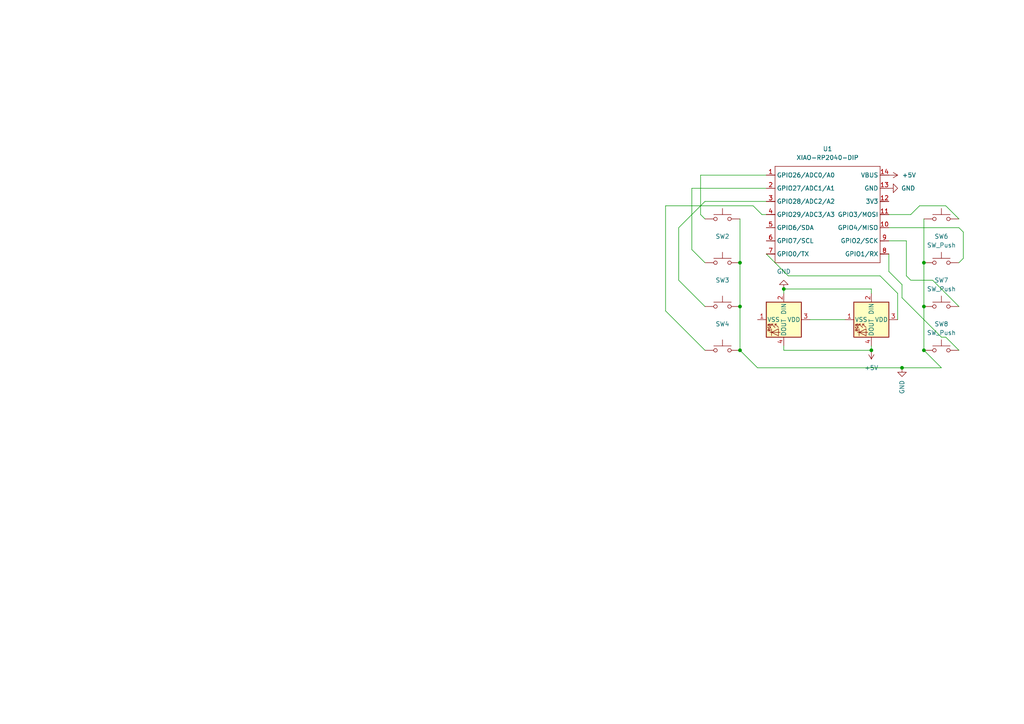
<source format=kicad_sch>
(kicad_sch (version 20250114) (generator "eeschema") (generator_version "9.0")
  (paper "A4")
  (lib_symbols
    (symbol "LED:SK6812" (pin_names (offset 0.254))
      (property "Reference" "D" (at 5.08 5.715 0))
      (property "Value" "SK6812" (at 1.27 -5.715 0))
      (symbol "SK6812_0_0"
        (text "RGB" (at 2.286 -4.191 0) (effects (font (size 0.762 0.762))))
      )
      (symbol "SK6812_0_1"
        (polyline (pts (xy 1.27 -2.54) (xy 1.778 -2.54)))
        (polyline (pts (xy 1.27 -3.556) (xy 1.778 -3.556)))
        (polyline (pts (xy 2.286 -1.524) (xy 1.27 -2.54) (xy 1.27 -2.032)))
        (polyline (pts (xy 2.286 -2.54) (xy 1.27 -3.556) (xy 1.27 -3.048)))
        (polyline (pts (xy 3.683 -1.016) (xy 3.683 -3.556) (xy 3.683 -4.064)))
        (polyline (pts (xy 4.699 -1.524) (xy 2.667 -1.524) (xy 3.683 -3.556) (xy 4.699 -1.524)))
        (polyline (pts (xy 4.699 -3.556) (xy 2.667 -3.556)))
        (rectangle (start 5.08 5.08) (end -5.08 -5.08) (stroke (width 0.254)) (fill (type background)))
      )
      (symbol "SK6812_1_1"
        (pin input line (at -7.62 0 0) (length 2.54) (name "DIN") (number "2"))
        (pin power_in line (at 0 7.62 270) (length 2.54) (name "VDD") (number "3"))
        (pin power_in line (at 0 -7.62 90) (length 2.54) (name "VSS") (number "1"))
        (pin output line (at 7.62 0 180) (length 2.54) (name "DOUT") (number "4"))
      )
    )
    (symbol "OPL:XIAO-RP2040-DIP"
      (property "Reference" "U" (at 0 0 0))
      (property "Value" "XIAO-RP2040-DIP" (at 5.334 -1.778 0))
      (symbol "XIAO-RP2040-DIP_1_0"
        (polyline (pts (xy -1.27 -2.54) (xy 29.21 -2.54)) (stroke (width 0.1524)))
        (polyline (pts (xy -1.27 -5.08) (xy -2.54 -5.08)) (stroke (width 0.1524)))
        (polyline (pts (xy -1.27 -5.08) (xy -1.27 -2.54)) (stroke (width 0.1524)))
        (polyline (pts (xy -1.27 -8.89) (xy -2.54 -8.89)) (stroke (width 0.1524)))
        (polyline (pts (xy -1.27 -8.89) (xy -1.27 -5.08)) (stroke (width 0.1524)))
        (polyline (pts (xy -1.27 -12.7) (xy -2.54 -12.7)) (stroke (width 0.1524)))
        (polyline (pts (xy -1.27 -12.7) (xy -1.27 -8.89)) (stroke (width 0.1524)))
        (polyline (pts (xy -1.27 -16.51) (xy -2.54 -16.51)) (stroke (width 0.1524)))
        (polyline (pts (xy -1.27 -16.51) (xy -1.27 -12.7)) (stroke (width 0.1524)))
        (polyline (pts (xy -1.27 -20.32) (xy -2.54 -20.32)) (stroke (width 0.1524)))
        (polyline (pts (xy -1.27 -24.13) (xy -2.54 -24.13)) (stroke (width 0.1524)))
        (polyline (pts (xy -1.27 -27.94) (xy -2.54 -27.94)) (stroke (width 0.1524)))
        (polyline (pts (xy -1.27 -30.48) (xy -1.27 -16.51)) (stroke (width 0.1524)))
        (polyline (pts (xy 29.21 -2.54) (xy 29.21 -5.08)) (stroke (width 0.1524)))
        (polyline (pts (xy 29.21 -5.08) (xy 29.21 -8.89)) (stroke (width 0.1524)))
        (polyline (pts (xy 29.21 -8.89) (xy 29.21 -12.7)) (stroke (width 0.1524)))
        (polyline (pts (xy 29.21 -12.7) (xy 29.21 -30.48)) (stroke (width 0.1524)))
        (polyline (pts (xy 29.21 -30.48) (xy -1.27 -30.48)) (stroke (width 0.1524)))
        (polyline (pts (xy 30.48 -5.08) (xy 29.21 -5.08)) (stroke (width 0.1524)))
        (polyline (pts (xy 30.48 -8.89) (xy 29.21 -8.89)) (stroke (width 0.1524)))
        (polyline (pts (xy 30.48 -12.7) (xy 29.21 -12.7)) (stroke (width 0.1524)))
        (polyline (pts (xy 30.48 -16.51) (xy 29.21 -16.51)) (stroke (width 0.1524)))
        (polyline (pts (xy 30.48 -20.32) (xy 29.21 -20.32)) (stroke (width 0.1524)))
        (polyline (pts (xy 30.48 -24.13) (xy 29.21 -24.13)) (stroke (width 0.1524)))
        (polyline (pts (xy 30.48 -27.94) (xy 29.21 -27.94)) (stroke (width 0.1524)))
        (pin passive line (at -3.81 -5.08 0) (length 2.54) (name "GPIO26/ADC0/A0") (number "1"))
        (pin passive line (at -3.81 -8.89 0) (length 2.54) (name "GPIO27/ADC1/A1") (number "2"))
        (pin passive line (at -3.81 -12.7 0) (length 2.54) (name "GPIO28/ADC2/A2") (number "3"))
        (pin passive line (at -3.81 -16.51 0) (length 2.54) (name "GPIO29/ADC3/A3") (number "4"))
        (pin passive line (at -3.81 -20.32 0) (length 2.54) (name "GPIO6/SDA") (number "5"))
        (pin passive line (at -3.81 -24.13 0) (length 2.54) (name "GPIO7/SCL") (number "6"))
        (pin passive line (at -3.81 -27.94 0) (length 2.54) (name "GPIO0/TX") (number "7"))
        (pin passive line (at 31.75 -5.08 180) (length 2.54) (name "VBUS") (number "14"))
        (pin passive line (at 31.75 -8.89 180) (length 2.54) (name "GND") (number "13"))
        (pin passive line (at 31.75 -12.7 180) (length 2.54) (name "3V3") (number "12"))
        (pin passive line (at 31.75 -16.51 180) (length 2.54) (name "GPIO3/MOSI") (number "11"))
        (pin passive line (at 31.75 -20.32 180) (length 2.54) (name "GPIO4/MISO") (number "10"))
        (pin passive line (at 31.75 -24.13 180) (length 2.54) (name "GPIO2/SCK") (number "9"))
        (pin passive line (at 31.75 -27.94 180) (length 2.54) (name "GPIO1/RX") (number "8"))
      )
    )
    (symbol "Switch:SW_Push" (pin_numbers (hide yes)) (pin_names (offset 1.016) (hide yes))
      (property "Reference" "SW" (at 1.27 2.54 0))
      (property "Value" "SW_Push" (at 0 -1.524 0))
      (symbol "SW_Push_0_1"
        (circle (center -2.032 0) (radius 0.508))
        (polyline (pts (xy 0 1.27) (xy 0 3.048)))
        (circle (center 2.032 0) (radius 0.508))
        (polyline (pts (xy 2.54 1.27) (xy -2.54 1.27)))
        (pin passive line (at -5.08 0 0) (length 2.54) (name "1") (number "1"))
        (pin passive line (at 5.08 0 180) (length 2.54) (name "2") (number "2"))
      )
    )
    (symbol "power:+5V" (power) (pin_numbers (hide yes)) (pin_names (offset 0) (hide yes))
      (property "Value" "+5V" (at 0 3.556 0))
      (symbol "+5V_0_1"
        (polyline (pts (xy -0.762 1.27) (xy 0 2.54)))
        (polyline (pts (xy 0 2.54) (xy 0.762 1.27)))
        (polyline (pts (xy 0 0) (xy 0 2.54)))
      )
      (symbol "+5V_1_1"
        (pin power_in line (at 0 0 90) (length 0) (name "~") (number "1"))
      )
    )
    (symbol "power:GND" (power) (pin_numbers (hide yes)) (pin_names (offset 0) (hide yes))
      (property "Value" "GND" (at 0 -3.81 0))
      (symbol "GND_0_1"
        (polyline (pts (xy 0 0) (xy 0 -1.27) (xy 1.27 -1.27) (xy 0 -2.54) (xy -1.27 -1.27) (xy 0 -1.27)))
      )
      (symbol "GND_1_1"
        (pin power_in line (at 0 0 270) (length 0) (name "~") (number "1"))
      )
    )
  )
  (junction (at 214.63 76.2))
  (junction (at 214.63 101.6))
  (junction (at 227.33 83.82))
  (junction (at 261.62 106.68))
  (junction (at 252.73 101.6))
  (junction (at 214.63 88.9))
  (junction (at 267.97 101.6))
  (junction (at 267.97 88.9))
  (junction (at 267.97 76.2))
  (wire (pts (xy 257.81 69.85) (xy 262.89 69.85)))
  (wire (pts (xy 267.97 76.2) (xy 267.97 88.9)))
  (wire (pts (xy 273.05 106.68) (xy 267.97 101.6)))
  (wire (pts (xy 262.89 69.85) (xy 262.89 80.01)))
  (wire (pts (xy 278.13 66.04) (xy 279.4 67.31)))
  (wire (pts (xy 193.04 59.69) (xy 193.04 90.17)))
  (wire (pts (xy 257.81 62.23) (xy 264.16 62.23)))
  (wire (pts (xy 279.4 67.31) (xy 279.4 74.93)))
  (wire (pts (xy 203.2 50.8) (xy 222.25 50.8)))
  (wire (pts (xy 266.7 59.69) (xy 274.32 59.69)))
  (wire (pts (xy 261.62 82.55) (xy 261.62 86.36)))
  (wire (pts (xy 257.81 66.04) (xy 278.13 66.04)))
  (wire (pts (xy 222.25 62.23) (xy 220.98 62.23)))
  (wire (pts (xy 261.62 106.68) (xy 273.05 106.68)))
  (wire (pts (xy 214.63 76.2) (xy 214.63 88.9)))
  (wire (pts (xy 222.25 58.42) (xy 204.47 58.42)))
  (wire (pts (xy 193.04 59.69) (xy 218.44 59.69)))
  (wire (pts (xy 203.2 62.23) (xy 204.47 63.5)))
  (wire (pts (xy 200.66 72.39) (xy 204.47 76.2)))
  (wire (pts (xy 260.35 92.71) (xy 260.35 85.09)))
  (wire (pts (xy 227.33 100.33) (xy 227.33 101.6)))
  (wire (pts (xy 279.4 74.93) (xy 278.13 76.2)))
  (wire (pts (xy 228.6 80.01) (xy 222.25 73.66)))
  (wire (pts (xy 234.95 92.71) (xy 245.11 92.71)))
  (wire (pts (xy 270.51 81.28) (xy 278.13 88.9)))
  (wire (pts (xy 196.85 81.28) (xy 204.47 88.9)))
  (wire (pts (xy 262.89 80.01) (xy 264.16 81.28)))
  (wire (pts (xy 227.33 83.82) (xy 227.33 85.09)))
  (wire (pts (xy 274.32 59.69) (xy 278.13 63.5)))
  (wire (pts (xy 219.71 106.68) (xy 214.63 101.6)))
  (wire (pts (xy 273.05 97.79) (xy 274.32 97.79)))
  (wire (pts (xy 227.33 83.82) (xy 252.73 83.82)))
  (wire (pts (xy 264.16 81.28) (xy 270.51 81.28)))
  (wire (pts (xy 193.04 90.17) (xy 204.47 101.6)))
  (wire (pts (xy 257.81 78.74) (xy 261.62 82.55)))
  (wire (pts (xy 267.97 63.5) (xy 267.97 76.2)))
  (wire (pts (xy 267.97 88.9) (xy 267.97 101.6)))
  (wire (pts (xy 200.66 54.61) (xy 222.25 54.61)))
  (wire (pts (xy 261.62 86.36) (xy 273.05 97.79)))
  (wire (pts (xy 252.73 100.33) (xy 252.73 101.6)))
  (wire (pts (xy 203.2 50.8) (xy 203.2 62.23)))
  (wire (pts (xy 219.71 106.68) (xy 261.62 106.68)))
  (wire (pts (xy 214.63 88.9) (xy 214.63 101.6)))
  (wire (pts (xy 220.98 62.23) (xy 218.44 59.69)))
  (wire (pts (xy 214.63 63.5) (xy 214.63 76.2)))
  (wire (pts (xy 264.16 62.23) (xy 266.7 59.69)))
  (wire (pts (xy 196.85 66.04) (xy 196.85 81.28)))
  (wire (pts (xy 252.73 83.82) (xy 252.73 85.09)))
  (wire (pts (xy 227.33 101.6) (xy 252.73 101.6)))
  (wire (pts (xy 274.32 97.79) (xy 278.13 101.6)))
  (wire (pts (xy 260.35 85.09) (xy 255.27 80.01)))
  (wire (pts (xy 257.81 73.66) (xy 257.81 78.74)))
  (wire (pts (xy 200.66 54.61) (xy 200.66 72.39)))
  (wire (pts (xy 204.47 58.42) (xy 196.85 66.04)))
  (wire (pts (xy 255.27 80.01) (xy 228.6 80.01)))
  (symbol (lib_id "power:GND") (at 261.62 106.68 0) (unit 1)
    (property "Reference" "#PWR03" (effects (hide yes)))
    (property "Value" "GND" (at 261.62 110.236 90) (effects (justify right)))
    (property "Description" "Power symbol creates a global label with name \"GND\" , ground" (effects (hide yes)))
  )
  (symbol (lib_id "Switch:SW_Push") (at 273.05 101.6 0) (unit 1)
    (property "Reference" "SW8" (at 273.05 93.98 0))
    (property "Value" "SW_Push" (at 273.05 96.52 0))
    (property "Footprint" "Button_Switch_Keyboard:SW_Cherry_MX_1.00u_PCB" (effects (hide yes)))
    (property "Description" "Push button switch, generic, two pins" (effects (hide yes)))
  )
  (symbol (lib_id "OPL:XIAO-RP2040-DIP") (at 226.06 45.72 0) (unit 1)
    (property "Reference" "U1" (at 240.03 43.18 0))
    (property "Value" "XIAO-RP2040-DIP" (at 240.03 45.72 0))
    (property "Footprint" "OPL:XIAO-RP2040-DIP" (effects (hide yes)))
  )
  (symbol (lib_id "power:GND") (at 257.81 54.61 90) (unit 1)
    (property "Reference" "#PWR02" (effects (hide yes)))
    (property "Value" "GND" (at 261.366 54.61 90) (effects (justify right)))
    (property "Description" "Power symbol creates a global label with name \"GND\" , ground" (effects (hide yes)))
  )
  (symbol (lib_id "LED:SK6812") (at 227.33 92.71 270) (unit 1)
    (property "Reference" "D1" (effects (hide yes)))
    (property "Value" "SK6812" (effects (hide yes)))
    (property "Footprint" "LED_SMD:LED_SK6812MINI_PLCC4_3.5x3.5mm_P1.75mm" (effects (hide yes)))
    (property "Datasheet" "https://cdn-shop.adafruit.com/product-files/1138/SK6812+LED+datasheet+.pdf" (effects (hide yes)))
    (property "Description" "RGB LED with integrated controller" (effects (hide yes)))
  )
  (symbol (lib_id "Switch:SW_Push") (at 209.55 88.9 0) (unit 1)
    (property "Reference" "SW3" (at 209.55 81.28 0))
    (property "Value" "SW_Push" (effects (hide yes)))
    (property "Footprint" "Button_Switch_Keyboard:SW_Cherry_MX_1.00u_PCB" (effects (hide yes)))
    (property "Description" "Push button switch, generic, two pins" (effects (hide yes)))
  )
  (symbol (lib_id "Switch:SW_Push") (at 209.55 63.5 0) (unit 1)
    (property "Reference" "SW1" (effects (hide yes)))
    (property "Value" "SW_Push" (effects (hide yes)))
    (property "Footprint" "Button_Switch_Keyboard:SW_Cherry_MX_1.00u_PCB" (effects (hide yes)))
    (property "Description" "Push button switch, generic, two pins" (effects (hide yes)))
  )
  (symbol (lib_id "Switch:SW_Push") (at 209.55 101.6 0) (unit 1)
    (property "Reference" "SW4" (at 209.55 93.98 0))
    (property "Value" "SW_Push" (effects (hide yes)))
    (property "Footprint" "Button_Switch_Keyboard:SW_Cherry_MX_1.00u_PCB" (effects (hide yes)))
    (property "Description" "Push button switch, generic, two pins" (effects (hide yes)))
  )
  (symbol (lib_id "power:+5V") (at 252.73 101.6 180) (unit 1)
    (property "Reference" "#PWR04" (effects (hide yes)))
    (property "Value" "+5V" (at 252.73 106.68 0))
    (property "Description" "Power symbol creates a global label with name \"+5V\"" (effects (hide yes)))
  )
  (symbol (lib_id "Switch:SW_Push") (at 273.05 76.2 0) (unit 1)
    (property "Reference" "SW6" (at 273.05 68.58 0))
    (property "Value" "SW_Push" (at 273.05 71.12 0))
    (property "Footprint" "Button_Switch_Keyboard:SW_Cherry_MX_1.00u_PCB" (effects (hide yes)))
    (property "Description" "Push button switch, generic, two pins" (effects (hide yes)))
  )
  (symbol (lib_id "power:+5V") (at 257.81 50.8 270) (unit 1)
    (property "Reference" "#PWR01" (effects (hide yes)))
    (property "Value" "+5V" (at 261.62 50.7999 90) (effects (justify left)))
    (property "Description" "Power symbol creates a global label with name \"+5V\"" (effects (hide yes)))
  )
  (symbol (lib_id "Switch:SW_Push") (at 273.05 63.5 0) (unit 1)
    (property "Reference" "SW5" (effects (hide yes)))
    (property "Value" "SW_Push" (effects (hide yes)))
    (property "Footprint" "Button_Switch_Keyboard:SW_Cherry_MX_1.00u_PCB" (effects (hide yes)))
    (property "Description" "Push button switch, generic, two pins" (effects (hide yes)))
  )
  (symbol (lib_id "Switch:SW_Push") (at 273.05 88.9 0) (unit 1)
    (property "Reference" "SW7" (at 273.05 81.28 0))
    (property "Value" "SW_Push" (at 273.05 83.82 0))
    (property "Footprint" "Button_Switch_Keyboard:SW_Cherry_MX_1.00u_PCB" (effects (hide yes)))
    (property "Description" "Push button switch, generic, two pins" (effects (hide yes)))
  )
  (symbol (lib_id "LED:SK6812") (at 252.73 92.71 270) (unit 1)
    (property "Reference" "D2" (effects (hide yes)))
    (property "Value" "SK6812" (effects (hide yes)))
    (property "Footprint" "LED_SMD:LED_SK6812MINI_PLCC4_3.5x3.5mm_P1.75mm" (effects (hide yes)))
    (property "Datasheet" "https://cdn-shop.adafruit.com/product-files/1138/SK6812+LED+datasheet+.pdf" (effects (hide yes)))
    (property "Description" "RGB LED with integrated controller" (effects (hide yes)))
  )
  (symbol (lib_id "power:GND") (at 227.33 83.82 180) (unit 1)
    (property "Reference" "#PWR05" (effects (hide yes)))
    (property "Value" "GND" (at 227.33 78.74 0))
    (property "Description" "Power symbol creates a global label with name \"GND\" , ground" (effects (hide yes)))
  )
  (symbol (lib_id "Switch:SW_Push") (at 209.55 76.2 0) (unit 1)
    (property "Reference" "SW2" (at 209.55 68.58 0))
    (property "Value" "SW_Push" (effects (hide yes)))
    (property "Footprint" "Button_Switch_Keyboard:SW_Cherry_MX_1.00u_PCB" (effects (hide yes)))
    (property "Description" "Push button switch, generic, two pins" (effects (hide yes)))
  )
)
</source>
